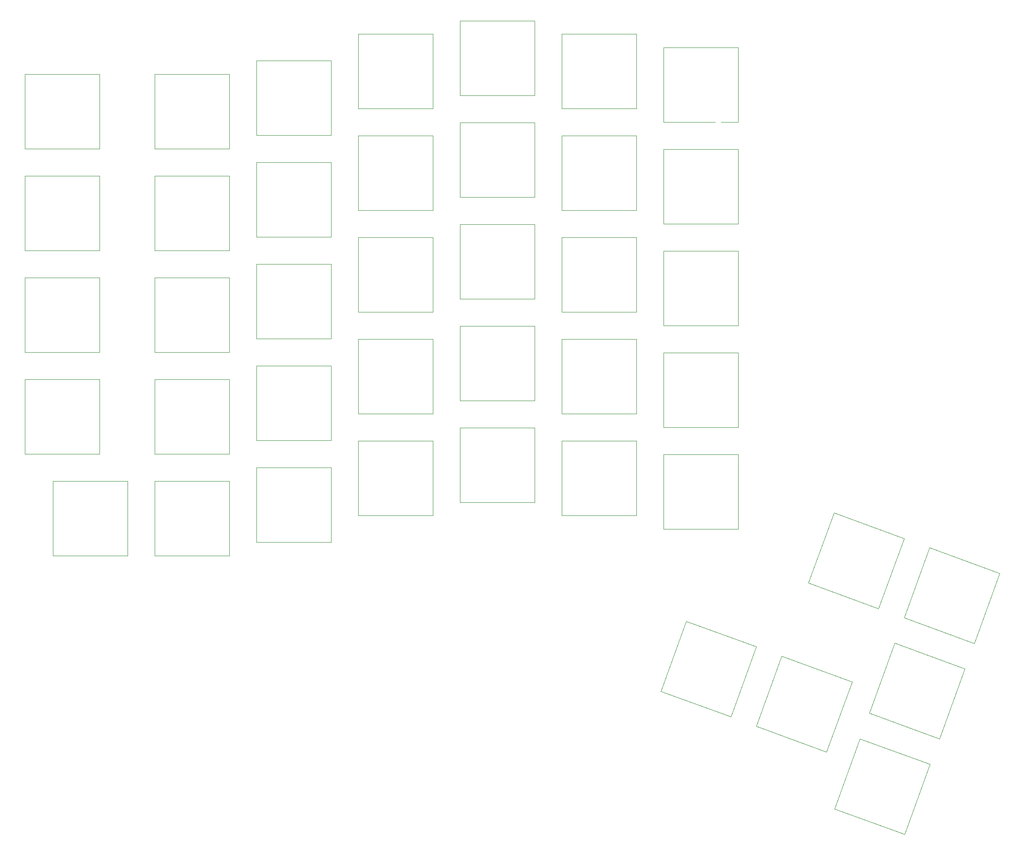
<source format=gto>
G04 #@! TF.GenerationSoftware,KiCad,Pcbnew,7.0.5*
G04 #@! TF.CreationDate,2025-01-08T15:51:09-05:00*
G04 #@! TF.ProjectId,JasonSplitErgoKeyboard_Left,4a61736f-6e53-4706-9c69-744572676f4b,rev?*
G04 #@! TF.SameCoordinates,Original*
G04 #@! TF.FileFunction,Legend,Top*
G04 #@! TF.FilePolarity,Positive*
%FSLAX46Y46*%
G04 Gerber Fmt 4.6, Leading zero omitted, Abs format (unit mm)*
G04 Created by KiCad (PCBNEW 7.0.5) date 2025-01-08 15:51:09*
%MOMM*%
%LPD*%
G01*
G04 APERTURE LIST*
%ADD10C,0.120000*%
%ADD11C,2.700000*%
%ADD12C,1.700000*%
%ADD13C,4.000000*%
%ADD14C,2.200000*%
%ADD15C,3.050000*%
%ADD16C,3.800000*%
%ADD17C,0.650000*%
%ADD18O,1.000000X1.800000*%
%ADD19O,1.000000X2.100000*%
%ADD20C,1.500000*%
G04 APERTURE END LIST*
D10*
X233355000Y-64405000D02*
X247325000Y-64405000D01*
X233355000Y-78375000D02*
X233355000Y-64405000D01*
X247325000Y-64405000D02*
X247325000Y-78375000D01*
X247325000Y-78375000D02*
X233355000Y-78375000D01*
X176245000Y-138125000D02*
X190215000Y-138125000D01*
X176245000Y-152095000D02*
X176245000Y-138125000D01*
X190215000Y-138125000D02*
X190215000Y-152095000D01*
X190215000Y-152095000D02*
X176245000Y-152095000D01*
X138125000Y-69425000D02*
X152095000Y-69425000D01*
X138125000Y-83395000D02*
X138125000Y-69425000D01*
X152095000Y-69425000D02*
X152095000Y-83395000D01*
X152095000Y-83395000D02*
X138125000Y-83395000D01*
X233355000Y-121555000D02*
X247325000Y-121555000D01*
X233355000Y-135525000D02*
X233355000Y-121555000D01*
X247325000Y-121555000D02*
X247325000Y-135525000D01*
X247325000Y-135525000D02*
X233355000Y-135525000D01*
X138125000Y-145625000D02*
X152095000Y-145625000D01*
X138125000Y-159595000D02*
X138125000Y-145625000D01*
X152095000Y-145625000D02*
X152095000Y-159595000D01*
X152095000Y-159595000D02*
X138125000Y-159595000D01*
X233355000Y-140605000D02*
X247325000Y-140605000D01*
X233355000Y-154575000D02*
X233355000Y-140605000D01*
X247325000Y-140605000D02*
X247325000Y-154575000D01*
X247325000Y-154575000D02*
X233355000Y-154575000D01*
X176245000Y-100025000D02*
X190215000Y-100025000D01*
X176245000Y-113995000D02*
X176245000Y-100025000D01*
X190215000Y-100025000D02*
X190215000Y-113995000D01*
X190215000Y-113995000D02*
X176245000Y-113995000D01*
X276665258Y-175967237D02*
X289792764Y-180745258D01*
X271887237Y-189094743D02*
X276665258Y-175967237D01*
X289792764Y-180745258D02*
X285014743Y-193872764D01*
X285014743Y-193872764D02*
X271887237Y-189094743D01*
X233355000Y-102505000D02*
X247325000Y-102505000D01*
X233355000Y-116475000D02*
X233355000Y-102505000D01*
X247325000Y-102505000D02*
X247325000Y-116475000D01*
X247325000Y-116475000D02*
X233355000Y-116475000D01*
X195275000Y-97535000D02*
X209245000Y-97535000D01*
X195275000Y-111505000D02*
X195275000Y-97535000D01*
X209245000Y-97535000D02*
X209245000Y-111505000D01*
X209245000Y-111505000D02*
X195275000Y-111505000D01*
X195275000Y-78485000D02*
X209245000Y-78485000D01*
X195275000Y-92455000D02*
X195275000Y-78485000D01*
X209245000Y-78485000D02*
X209245000Y-92455000D01*
X209245000Y-92455000D02*
X195275000Y-92455000D01*
X214345000Y-61925000D02*
X228315000Y-61925000D01*
X214345000Y-75895000D02*
X214345000Y-61925000D01*
X228315000Y-61925000D02*
X228315000Y-75895000D01*
X228315000Y-75895000D02*
X214345000Y-75895000D01*
X214345000Y-119075000D02*
X228315000Y-119075000D01*
X214345000Y-133045000D02*
X214345000Y-119075000D01*
X228315000Y-119075000D02*
X228315000Y-133045000D01*
X228315000Y-133045000D02*
X214345000Y-133045000D01*
X138125000Y-126575000D02*
X152095000Y-126575000D01*
X138125000Y-140545000D02*
X138125000Y-126575000D01*
X152095000Y-126575000D02*
X152095000Y-140545000D01*
X152095000Y-140545000D02*
X138125000Y-140545000D01*
X157185000Y-66915000D02*
X171155000Y-66915000D01*
X157185000Y-80885000D02*
X157185000Y-66915000D01*
X171155000Y-66915000D02*
X171155000Y-80885000D01*
X171155000Y-80885000D02*
X157185000Y-80885000D01*
X195275000Y-59435000D02*
X209245000Y-59435000D01*
X195275000Y-73405000D02*
X195275000Y-59435000D01*
X209245000Y-59435000D02*
X209245000Y-73405000D01*
X209245000Y-73405000D02*
X195275000Y-73405000D01*
X157185000Y-105015000D02*
X171155000Y-105015000D01*
X157185000Y-118985000D02*
X157185000Y-105015000D01*
X171155000Y-105015000D02*
X171155000Y-118985000D01*
X171155000Y-118985000D02*
X157185000Y-118985000D01*
X113795000Y-88505000D02*
X127765000Y-88505000D01*
X113795000Y-102475000D02*
X113795000Y-88505000D01*
X127765000Y-88505000D02*
X127765000Y-102475000D01*
X127765000Y-102475000D02*
X113795000Y-102475000D01*
X119055000Y-145625000D02*
X133025000Y-145625000D01*
X119055000Y-159595000D02*
X119055000Y-145625000D01*
X133025000Y-145625000D02*
X133025000Y-159595000D01*
X133025000Y-159595000D02*
X119055000Y-159595000D01*
X232837153Y-184993245D02*
X237615174Y-171865739D01*
X245964659Y-189771266D02*
X232837153Y-184993245D01*
X237615174Y-171865739D02*
X250742680Y-176643760D01*
X250742680Y-176643760D02*
X245964659Y-189771266D01*
X214345000Y-138125000D02*
X228315000Y-138125000D01*
X214345000Y-152095000D02*
X214345000Y-138125000D01*
X228315000Y-138125000D02*
X228315000Y-152095000D01*
X228315000Y-152095000D02*
X214345000Y-152095000D01*
X138125000Y-88475000D02*
X152095000Y-88475000D01*
X138125000Y-102445000D02*
X138125000Y-88475000D01*
X152095000Y-88475000D02*
X152095000Y-102445000D01*
X152095000Y-102445000D02*
X138125000Y-102445000D01*
X113795000Y-107555000D02*
X127765000Y-107555000D01*
X113795000Y-121525000D02*
X113795000Y-107555000D01*
X127765000Y-107555000D02*
X127765000Y-121525000D01*
X127765000Y-121525000D02*
X113795000Y-121525000D01*
X270145258Y-193877237D02*
X283272764Y-198655258D01*
X265367237Y-207004743D02*
X270145258Y-193877237D01*
X283272764Y-198655258D02*
X278494743Y-211782764D01*
X278494743Y-211782764D02*
X265367237Y-207004743D01*
X176245000Y-119075000D02*
X190215000Y-119075000D01*
X176245000Y-133045000D02*
X176245000Y-119075000D01*
X190215000Y-119075000D02*
X190215000Y-133045000D01*
X190215000Y-133045000D02*
X176245000Y-133045000D01*
X250737237Y-191544743D02*
X255515258Y-178417237D01*
X263864743Y-196322764D02*
X250737237Y-191544743D01*
X255515258Y-178417237D02*
X268642764Y-183195258D01*
X268642764Y-183195258D02*
X263864743Y-196322764D01*
X157185000Y-85965000D02*
X171155000Y-85965000D01*
X157185000Y-99935000D02*
X157185000Y-85965000D01*
X171155000Y-85965000D02*
X171155000Y-99935000D01*
X171155000Y-99935000D02*
X157185000Y-99935000D01*
X176245000Y-61925000D02*
X190215000Y-61925000D01*
X176245000Y-75895000D02*
X176245000Y-61925000D01*
X190215000Y-61925000D02*
X190215000Y-75895000D01*
X190215000Y-75895000D02*
X176245000Y-75895000D01*
X214345000Y-80975000D02*
X228315000Y-80975000D01*
X214345000Y-94945000D02*
X214345000Y-80975000D01*
X228315000Y-80975000D02*
X228315000Y-94945000D01*
X228315000Y-94945000D02*
X214345000Y-94945000D01*
X113795000Y-69455000D02*
X127765000Y-69455000D01*
X113795000Y-83425000D02*
X113795000Y-69455000D01*
X127765000Y-69455000D02*
X127765000Y-83425000D01*
X127765000Y-83425000D02*
X113795000Y-83425000D01*
X283158896Y-158094699D02*
X296286402Y-162872720D01*
X278380875Y-171222205D02*
X283158896Y-158094699D01*
X296286402Y-162872720D02*
X291508381Y-176000226D01*
X291508381Y-176000226D02*
X278380875Y-171222205D01*
X195275000Y-116585000D02*
X209245000Y-116585000D01*
X195275000Y-130555000D02*
X195275000Y-116585000D01*
X209245000Y-116585000D02*
X209245000Y-130555000D01*
X209245000Y-130555000D02*
X195275000Y-130555000D01*
X157185000Y-143115000D02*
X171155000Y-143115000D01*
X157185000Y-157085000D02*
X157185000Y-143115000D01*
X171155000Y-143115000D02*
X171155000Y-157085000D01*
X171155000Y-157085000D02*
X157185000Y-157085000D01*
X195275000Y-135635000D02*
X209245000Y-135635000D01*
X195275000Y-149605000D02*
X195275000Y-135635000D01*
X209245000Y-135635000D02*
X209245000Y-149605000D01*
X209245000Y-149605000D02*
X195275000Y-149605000D01*
X157185000Y-124065000D02*
X171155000Y-124065000D01*
X157185000Y-138035000D02*
X157185000Y-124065000D01*
X171155000Y-124065000D02*
X171155000Y-138035000D01*
X171155000Y-138035000D02*
X157185000Y-138035000D01*
X176245000Y-80975000D02*
X190215000Y-80975000D01*
X176245000Y-94945000D02*
X176245000Y-80975000D01*
X190215000Y-80975000D02*
X190215000Y-94945000D01*
X190215000Y-94945000D02*
X176245000Y-94945000D01*
X138125000Y-107525000D02*
X152095000Y-107525000D01*
X138125000Y-121495000D02*
X138125000Y-107525000D01*
X152095000Y-107525000D02*
X152095000Y-121495000D01*
X152095000Y-121495000D02*
X138125000Y-121495000D01*
X113795000Y-126605000D02*
X127765000Y-126605000D01*
X113795000Y-140575000D02*
X113795000Y-126605000D01*
X127765000Y-126605000D02*
X127765000Y-140575000D01*
X127765000Y-140575000D02*
X113795000Y-140575000D01*
X214345000Y-100025000D02*
X228315000Y-100025000D01*
X214345000Y-113995000D02*
X214345000Y-100025000D01*
X228315000Y-100025000D02*
X228315000Y-113995000D01*
X228315000Y-113995000D02*
X214345000Y-113995000D01*
X233355000Y-83455000D02*
X247325000Y-83455000D01*
X233355000Y-97425000D02*
X233355000Y-83455000D01*
X247325000Y-83455000D02*
X247325000Y-97425000D01*
X247325000Y-97425000D02*
X233355000Y-97425000D01*
X265275258Y-151572237D02*
X278402764Y-156350258D01*
X260497237Y-164699743D02*
X265275258Y-151572237D01*
X278402764Y-156350258D02*
X273624743Y-169477764D01*
X273624743Y-169477764D02*
X260497237Y-164699743D01*
%LPC*%
D11*
X110720000Y-158650000D03*
D12*
X235260000Y-71390000D03*
D13*
X240340000Y-71390000D03*
D12*
X245420000Y-71390000D03*
D14*
X242880000Y-66310000D03*
X236530000Y-68850000D03*
D12*
X178150000Y-145110000D03*
D13*
X183230000Y-145110000D03*
D12*
X188310000Y-145110000D03*
D14*
X185770000Y-140030000D03*
X179420000Y-142570000D03*
D12*
X140030000Y-76410000D03*
D13*
X145110000Y-76410000D03*
D12*
X150190000Y-76410000D03*
D14*
X147650000Y-71330000D03*
X141300000Y-73870000D03*
D12*
X235260000Y-128540000D03*
D13*
X240340000Y-128540000D03*
D12*
X245420000Y-128540000D03*
D14*
X242880000Y-123460000D03*
X236530000Y-126000000D03*
D12*
X140030000Y-152610000D03*
D13*
X145110000Y-152610000D03*
D12*
X150190000Y-152610000D03*
D14*
X147650000Y-147530000D03*
X141300000Y-150070000D03*
D12*
X235260000Y-147590000D03*
D13*
X240340000Y-147590000D03*
D12*
X245420000Y-147590000D03*
D14*
X242880000Y-142510000D03*
X236530000Y-145050000D03*
D12*
X178150000Y-107010000D03*
D13*
X183230000Y-107010000D03*
D12*
X188310000Y-107010000D03*
D14*
X185770000Y-101930000D03*
X179420000Y-104470000D03*
D12*
X276066362Y-183182538D03*
D13*
X280840000Y-184920000D03*
D12*
X285613639Y-186657463D03*
D14*
X284964282Y-181015093D03*
X278128503Y-181230084D03*
D12*
X235260000Y-109490000D03*
D13*
X240340000Y-109490000D03*
D12*
X245420000Y-109490000D03*
D14*
X242880000Y-104410000D03*
X236530000Y-106950000D03*
D12*
X197180000Y-104520000D03*
D13*
X202260000Y-104520000D03*
D12*
X207340000Y-104520000D03*
D14*
X204800000Y-99440000D03*
X198450000Y-101980000D03*
D12*
X197180000Y-85470000D03*
D13*
X202260000Y-85470000D03*
D12*
X207340000Y-85470000D03*
D14*
X204800000Y-80390000D03*
X198450000Y-82930000D03*
D12*
X216250000Y-68910000D03*
D13*
X221330000Y-68910000D03*
D12*
X226410000Y-68910000D03*
D14*
X223870000Y-63830000D03*
X217520000Y-66370000D03*
D12*
X216250000Y-126060000D03*
D13*
X221330000Y-126060000D03*
D12*
X226410000Y-126060000D03*
D14*
X223870000Y-120980000D03*
X217520000Y-123520000D03*
D12*
X140030000Y-133560000D03*
D13*
X145110000Y-133560000D03*
D12*
X150190000Y-133560000D03*
D14*
X147650000Y-128480000D03*
X141300000Y-131020000D03*
D12*
X159090000Y-73900000D03*
D13*
X164170000Y-73900000D03*
D12*
X169250000Y-73900000D03*
D14*
X166710000Y-68820000D03*
X160360000Y-71360000D03*
D12*
X197180000Y-66420000D03*
D13*
X202260000Y-66420000D03*
D12*
X207340000Y-66420000D03*
D14*
X204800000Y-61340000D03*
X198450000Y-63880000D03*
D12*
X159090000Y-112000000D03*
D13*
X164170000Y-112000000D03*
D12*
X169250000Y-112000000D03*
D14*
X166710000Y-106920000D03*
X160360000Y-109460000D03*
D12*
X115700000Y-95490000D03*
D13*
X120780000Y-95490000D03*
D12*
X125860000Y-95490000D03*
D14*
X123320000Y-90410000D03*
X116970000Y-92950000D03*
D12*
X120960000Y-152610000D03*
D13*
X126040000Y-152610000D03*
D12*
X131120000Y-152610000D03*
D14*
X128580000Y-147530000D03*
X122230000Y-150070000D03*
D15*
X231142028Y-189606704D03*
D13*
X245462944Y-194819091D03*
D12*
X240052454Y-185592141D03*
D13*
X241789916Y-180818503D03*
D12*
X243527379Y-176044864D03*
D15*
X239282108Y-167242019D03*
D13*
X253603023Y-172454406D03*
D14*
X237885009Y-176694221D03*
X238100000Y-183530000D03*
D12*
X216250000Y-145110000D03*
D13*
X221330000Y-145110000D03*
D12*
X226410000Y-145110000D03*
D14*
X223870000Y-140030000D03*
X217520000Y-142570000D03*
D12*
X140030000Y-95460000D03*
D13*
X145110000Y-95460000D03*
D12*
X150190000Y-95460000D03*
D14*
X147650000Y-90380000D03*
X141300000Y-92920000D03*
D12*
X115700000Y-114540000D03*
D13*
X120780000Y-114540000D03*
D12*
X125860000Y-114540000D03*
D14*
X123320000Y-109460000D03*
X116970000Y-112000000D03*
D12*
X269546362Y-201092538D03*
D13*
X274320000Y-202830000D03*
D12*
X279093639Y-204567463D03*
D14*
X278444282Y-198925093D03*
X271608503Y-199140084D03*
D12*
X178150000Y-126060000D03*
D13*
X183230000Y-126060000D03*
D12*
X188310000Y-126060000D03*
D14*
X185770000Y-120980000D03*
X179420000Y-123520000D03*
D15*
X249042112Y-196158202D03*
D13*
X263363028Y-201370589D03*
D12*
X257952538Y-192143639D03*
D13*
X259690000Y-187370001D03*
D12*
X261427463Y-182596362D03*
D15*
X257182192Y-173793517D03*
D13*
X271503107Y-179005904D03*
D14*
X255785093Y-183245719D03*
X256000084Y-190081498D03*
D12*
X159090000Y-92950000D03*
D13*
X164170000Y-92950000D03*
D12*
X169250000Y-92950000D03*
D14*
X166710000Y-87870000D03*
X160360000Y-90410000D03*
D12*
X178150000Y-68910000D03*
D13*
X183230000Y-68910000D03*
D12*
X188310000Y-68910000D03*
D14*
X185770000Y-63830000D03*
X179420000Y-66370000D03*
D12*
X216250000Y-87960000D03*
D13*
X221330000Y-87960000D03*
D12*
X226410000Y-87960000D03*
D14*
X223870000Y-82880000D03*
X217520000Y-85420000D03*
D12*
X115700000Y-76440000D03*
D13*
X120780000Y-76440000D03*
D12*
X125860000Y-76440000D03*
D14*
X123320000Y-71360000D03*
X116970000Y-73900000D03*
D12*
X282560000Y-165310000D03*
D13*
X287333638Y-167047462D03*
D12*
X292107277Y-168784925D03*
D14*
X291457920Y-163142555D03*
X284622141Y-163357546D03*
D12*
X197180000Y-123570000D03*
D13*
X202260000Y-123570000D03*
D12*
X207340000Y-123570000D03*
D14*
X204800000Y-118490000D03*
X198450000Y-121030000D03*
D12*
X159090000Y-150100000D03*
D13*
X164170000Y-150100000D03*
D12*
X169250000Y-150100000D03*
D14*
X166710000Y-145020000D03*
X160360000Y-147560000D03*
D12*
X197180000Y-142620000D03*
D13*
X202260000Y-142620000D03*
D12*
X207340000Y-142620000D03*
D14*
X204800000Y-137540000D03*
X198450000Y-140080000D03*
D12*
X159090000Y-131050000D03*
D13*
X164170000Y-131050000D03*
D12*
X169250000Y-131050000D03*
D14*
X166710000Y-125970000D03*
X160360000Y-128510000D03*
D12*
X178150000Y-87960000D03*
D13*
X183230000Y-87960000D03*
D12*
X188310000Y-87960000D03*
D14*
X185770000Y-82880000D03*
X179420000Y-85420000D03*
D12*
X140030000Y-114510000D03*
D13*
X145110000Y-114510000D03*
D12*
X150190000Y-114510000D03*
D14*
X147650000Y-109430000D03*
X141300000Y-111970000D03*
D12*
X115700000Y-133590000D03*
D13*
X120780000Y-133590000D03*
D12*
X125860000Y-133590000D03*
D14*
X123320000Y-128510000D03*
X116970000Y-131050000D03*
D12*
X216250000Y-107010000D03*
D13*
X221330000Y-107010000D03*
D12*
X226410000Y-107010000D03*
D14*
X223870000Y-101930000D03*
X217520000Y-104470000D03*
D12*
X235260000Y-90440000D03*
D13*
X240340000Y-90440000D03*
D12*
X245420000Y-90440000D03*
D14*
X242880000Y-85360000D03*
X236530000Y-87900000D03*
D12*
X264676362Y-158787538D03*
D13*
X269450000Y-160525000D03*
D12*
X274223639Y-162262463D03*
D14*
X273574282Y-156620093D03*
X266738503Y-156835084D03*
D11*
X110020000Y-85950000D03*
X292820000Y-179150000D03*
X155620000Y-121650000D03*
X193720000Y-95050000D03*
X249020000Y-119150000D03*
X259520000Y-157250000D03*
D16*
X252590000Y-148906000D03*
D11*
X193320000Y-133350000D03*
D16*
X125844000Y-58228000D03*
D11*
X153920000Y-60750000D03*
D17*
X237420000Y-59260000D03*
X243200000Y-59260000D03*
D18*
X235990000Y-55580000D03*
D19*
X235990000Y-59780000D03*
D18*
X244630000Y-55580000D03*
D19*
X244630000Y-59780000D03*
D11*
X248920000Y-57850000D03*
D16*
X117716000Y-58228000D03*
X109480000Y-58190000D03*
X259702000Y-151700000D03*
D20*
X250580000Y-78980000D03*
X243580000Y-78980000D03*
D11*
X235120000Y-163150000D03*
X226620000Y-194850000D03*
D16*
X133972000Y-58228000D03*
%LPD*%
M02*

</source>
